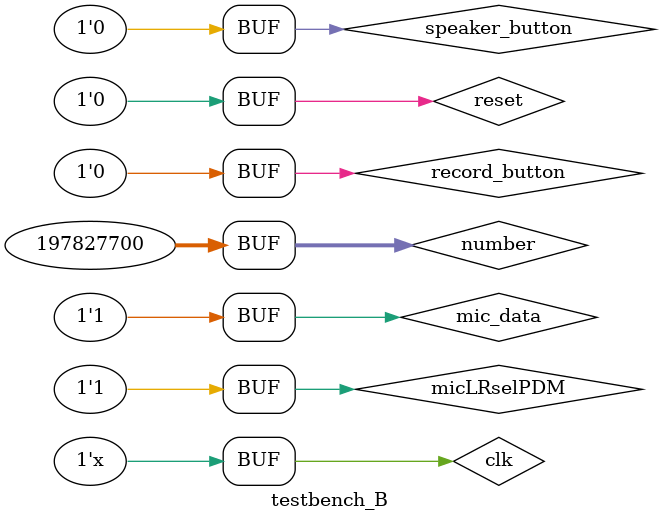
<source format=v>
`timescale 1ns/1ps
module testbench_B;
reg clk, reset, record_button, mic_data, speaker_button;
wire clkout_sys, clkout_mic;

integer i;
reg [31:0] number;
reg [5:0] counter;

wire audEnPWM;
wire micLRselPDM = 1;

wire data_out;

//microphone_controller microphone_controller_inst(clk, reset, record_button, mic_data, clkout_sys, clkout_mic);

sounddriver sounddriver_inst(.clk(clk), .reset(reset), .recordBtnEN(record_button), .micGenCLK(clkout_mic), .micDataPDM(mic_data), .micLRselPDM(micLRselPDM), .playbackBtnEN(speaker_button), .audDataPWM(data_out), .audEnPWM(audEnPWM));
initial 
begin
    clk = 0;
    reset = 1;
    record_button = 0;
    i = 0;
    number = 32'b00001011110010101001110001110100;
    speaker_button = 0;
    #100 reset = 0;
    #250.5 record_button = 1;
    //#1000 record_button = 0;

    

    #5 mic_data = 1;
    #500 mic_data = 1;
    #500 mic_data = 0;
    //record_button = 0;
    #500 mic_data = 1;
    #500 mic_data = 0;
    #500 mic_data = 1;
    #500 mic_data = 1;
    #500 mic_data = 0;
    #500 mic_data = 1;
    #500 mic_data = 1;
    #500 mic_data = 0;
    #500 mic_data = 0;
    #500 mic_data = 0;
    #500 mic_data = 1;
    #500 mic_data = 1;
    #500 mic_data = 0;
    #500 mic_data = 0;
    #500 mic_data = 1;
    #500 mic_data = 0;
    #500 mic_data = 1;
    #500 mic_data = 0;
    #500 mic_data = 1;
    #500 mic_data = 1;
    #500 mic_data = 0;
    #500 mic_data = 1;
    #500 mic_data = 1;
    #500 mic_data = 0;
    #500 mic_data = 0;
    #500 mic_data = 0;
    #500 mic_data = 1;
    #500 mic_data = 1;
    #500 mic_data = 0;

    #500 mic_data = 1;
    #500 mic_data = 0;
    #500 mic_data = 1;
    #500 mic_data = 1;
    #500 mic_data = 1;
    #500 mic_data = 1;
    #500 mic_data = 1;
    #500 mic_data = 1;
    #500 mic_data = 0;
    #500 mic_data = 0;
    #500 mic_data = 0;
    #500 mic_data = 1;
    #500 mic_data = 1;
    #500 mic_data = 1;
    #500 mic_data = 1;
    #500 mic_data = 1;
    #500 mic_data = 0;
    #500 mic_data = 1;
    #500 mic_data = 1;
    #500 mic_data = 0;
    #500 mic_data = 1;
    #500 mic_data = 1;
    #500 mic_data = 1;
    #500 mic_data = 1;
    #500 mic_data = 0;
    #500 mic_data = 1;
    #500 mic_data = 1;
    #500 mic_data = 1;
    #500 mic_data = 0;
    #500 mic_data = 0;
    #500 mic_data = 0;
    #500 mic_data = 1;

    #500 mic_data = 0;
    #500 mic_data = 1;
    #500 mic_data = 0;
    #500 mic_data = 1;
    #500 mic_data = 0;
    #500 mic_data = 1;
    #500 mic_data = 1;
    #500 mic_data = 0;
    #500 mic_data = 1;
    #500 mic_data = 1;
    #500 mic_data = 0;
    #500 mic_data = 0;
    #500 mic_data = 1;
    #500 mic_data = 0;
    #500 mic_data = 1;
    #500 mic_data = 0;
    #500 mic_data = 0;
    #500 mic_data = 0;
    #500 mic_data = 1;
    #500 mic_data = 1;
    #500 mic_data = 0;
    #500 mic_data = 0;
    #500 mic_data = 1;
    #500 mic_data = 0;
    #500 mic_data = 1;
    #500 mic_data = 0;
    #500 mic_data = 1;
    #500 mic_data = 1;
    #500 mic_data = 1;
    #500 mic_data = 0;
    #500 mic_data = 1;
    #500 mic_data = 1; 
    record_button = 0;  
    //#100 speaker_button = 1;
    //#1000 speaker_button = 0;
    // #16494514.5 speaker_button = 1;
    // #10000 speaker_button = 0;
    //#16800 speaker_button = 1;
    //#10000 speaker_button = 0;


    // #1008505 mic_data = 0;
    // #500 mic_data = 1;
    // #500 mic_data = 0;
    // #500 mic_data = 1;
    // #500 mic_data = 0;
    // #500 mic_data = 1;
    // #500 mic_data = 1;
    // #500 mic_data = 0;
    // #500 mic_data = 1;
    // #500 mic_data = 1;
    // #500 mic_data = 0;
    // #500 mic_data = 0;
    // #500 mic_data = 1;
    // #500 mic_data = 0;
    // #500 mic_data = 1;
    // #500 mic_data = 0;
    // #500 mic_data = 0;
    // #500 mic_data = 0;
    // #500 mic_data = 0;
    // #500 mic_data = 1;
    // #500 mic_data = 0;
    // #500 mic_data = 0;
    // #500 mic_data = 1;
    // #500 mic_data = 0;
    // #500 mic_data = 1;
    // #500 mic_data = 0;
    // #500 mic_data = 0;
    // #500 mic_data = 1;
    // #500 mic_data = 1;
    // #500 mic_data = 0;
    // #500 mic_data = 1;
    // #500 mic_data = 1;
    // record_button = 0;
    // #16494514.5 speaker_button = 1;
    // #10000 speaker_button = 0;

    //#100 speaker_button = 1;
    //#1000 speaker_button = 0;

    // #13694626 mic_data = 0;
    // #500 mic_data = 1;
    // #500 mic_data = 0;
    // #500 mic_data = 1;
    // #500 mic_data = 0;
    // #500 mic_data = 1;
    // #500 mic_data = 1;
    // #500 mic_data = 0;
    // #500 mic_data = 1;
    // #500 mic_data = 1;
    // #500 mic_data = 0;
    // #500 mic_data = 0;
    // #500 mic_data = 1;
    // #500 mic_data = 0;
    // #500 mic_data = 1;
    // #500 mic_data = 0;
    // #500 mic_data = 0;
    // #500 mic_data = 0;
    // #500 mic_data = 0;
    // #500 mic_data = 1;
    // #500 mic_data = 0;
    // #500 mic_data = 0;
    // #500 mic_data = 1;
    // #500 mic_data = 0;
    // #500 mic_data = 1;
    // #500 mic_data = 0;
    // #500 mic_data = 0;
    // #500 mic_data = 1;
    // #500 mic_data = 1;
    // #500 mic_data = 0;
    // #500 mic_data = 1;
    // #500 mic_data = 0;
    #16494514.5 speaker_button = 1;
    #10000 speaker_button = 0;


end

// always @(posedge clkout_mic or posedge reset)
// begin
//     if(reset)
//         mic_data <= 1'bx;
//     else if(counter == 6'd31)
//     begin
//         number = $urandom();
//         $display("number is: %d\n", number);
//         i <= 0;
//     end
//     else 
//     begin
//         i <= i +1;
//         if(i == 31)
//             i <= 0;
//     end


// end

// always @(number or i)
// begin
//     mic_data = number[i];
// end

// always @(posedge clkout_mic or posedge reset)
// begin
//     if(reset)
//         counter <= 0;
//     else
//         counter <= counter + 1;
//     if(counter == 6'd32)
//         counter <= 0;
// end

// always @(posedge clkout_mic or posedge reset)
// begin
//     if(reset)
//         mic_data <= 1'bx;
//     else
//     begin
//         mic_data <= {$random}%2;
//         $display("%d", mic_data);
//         // mic_data <= number[i];
//         // i <= i+1;
//     end
// end

// always @(mic_data)
// begin
//     i = i + 1;
// end

always @(i)
begin
    if(i == 33)
    begin
        i = 0;
        //number = 32'b01001110011100110111011000010100;
    end
    //else if (i == 32)
        //number = 32'b01001110011100110111011000010100;

end

always @(posedge clkout_sys)
begin
    $display("time is %t and %d", $time, data_out);
end


always #5 clk = ~clk;

endmodule

</source>
